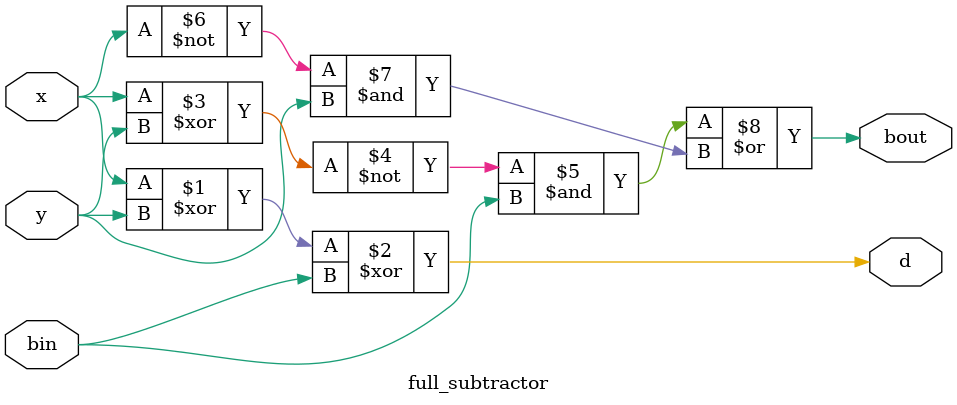
<source format=v>
`timescale 1ns / 1ps

module full_subtractor(
    input x, y, bin,
    output d, bout
);

assign d = (x ^ y) ^ bin;
assign bout = ((~(x ^ y)) & bin) | ((~x) & y);

endmodule

</source>
